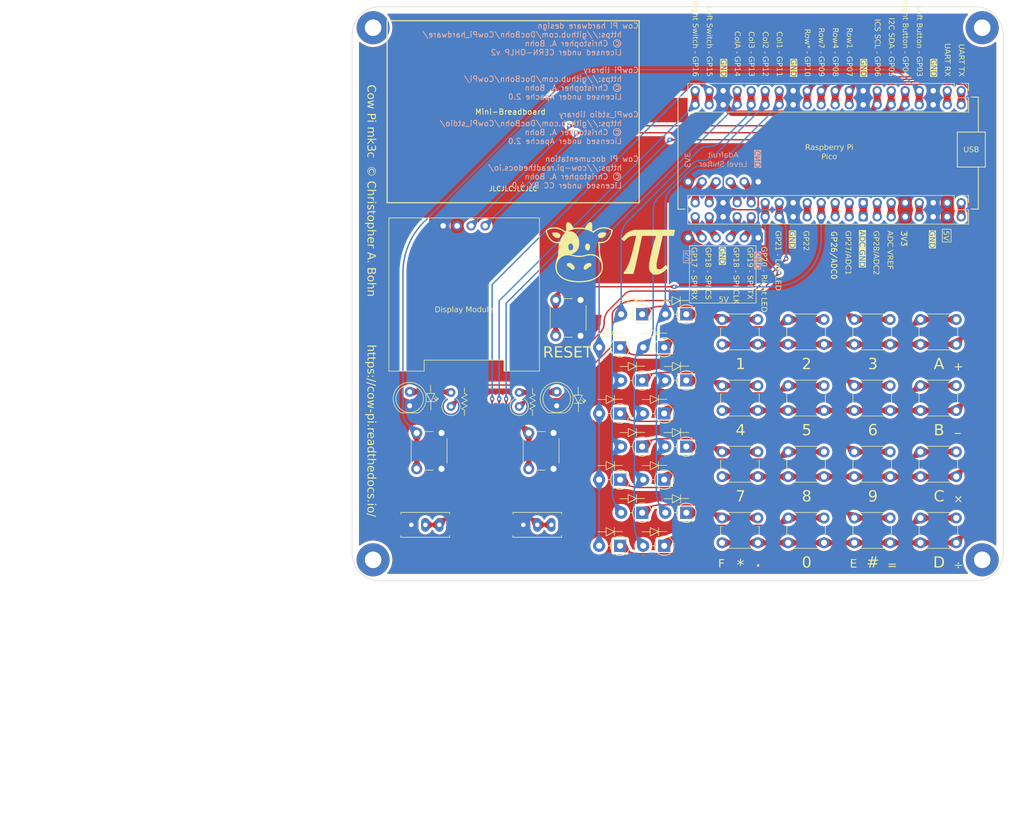
<source format=kicad_pcb>
(kicad_pcb (version 20221018) (generator pcbnew)
  (title_block (title "Cow Pi") (date "2023-07-30") (rev "mk3c") (comment 1 "This source describes Open Hardware and is licensed under the CERN-OHLP v2.") (comment 2 "Copyright (c) 2023 Christopher A. Bohn") (comment 3 "Display Module: I2c-controlled, pre-packaged SSD13xx 128x64 OLED graphic display") (comment 4 "Microcontroller: Raspberry Pi Pico -- 3.3V with GP16-GP19 pins boosted to 5V"))
  (layers (0 "F.Cu" signal) (31 "B.Cu" signal) (34 "B.Paste" user) (35 "F.Paste" user) (36 "B.SilkS" user "B.Silkscreen") (37 "F.SilkS" user "F.Silkscreen") (38 "B.Mask" user) (39 "F.Mask" user) (44 "Edge.Cuts" user))
  (net 0 "")
  (net 1 "/UART_TX")
  (net 2 "/UART_RX")
  (net 3 "/GND")
  (net 4 "/LeftButton")
  (net 5 "/RightButton")
  (net 6 "/GP04_I2C_SDA")
  (net 7 "/GP05_I2C_SCL")
  (net 8 "/Row1")
  (net 9 "/Row4")
  (net 10 "/Row7")
  (net 11 "/Row*")
  (net 12 "/Col1")
  (net 13 "/Col2")
  (net 14 "/Col3")
  (net 15 "/ColA")
  (net 16 "/LeftSwitch")
  (net 17 "/RightSwitch")
  (net 18 "/VBUS")
  (net 19 "/VSYS")
  (net 20 "/3V3_EN")
  (net 21 "/3V3")
  (net 22 "/ADC_VREF")
  (net 23 "/GP28_ADC2")
  (net 24 "/AGND")
  (net 25 "/GP27_ADC1")
  (net 26 "/GP26_ADC0")
  (net 27 "/RUN")
  (net 28 "/GP22")
  (net 29 "/LeftLED")
  (net 30 "/RightLED")
  (net 31 "/LV_GP19_SPI_TX")
  (net 32 "/HV_GP19_SPI_TX")
  (net 33 "/LV_GP18_SPI_CLK")
  (net 34 "/HV_GP18_SPI_CLK")
  (net 35 "/LV_GP17_SPI_CS")
  (net 36 "/HV_GP17_SPI_CS")
  (net 37 "/LV_GP16_SPI_RX")
  (net 38 "/HV_GP16_SPI_RX")
  (net 39 "Net-(D1-K)")
  (net 40 "Net-(D0-K)")
  (net 41 "Net-(D2-K)")
  (net 42 "Net-(D3-K)")
  (net 43 "Net-(D4-K)")
  (net 44 "Net-(D5-K)")
  (net 45 "Net-(D6-K)")
  (net 46 "Net-(D7-K)")
  (net 47 "Net-(D8-K)")
  (net 48 "Net-(D9-K)")
  (net 49 "Net-(D10-K)")
  (net 50 "Net-(D11-K)")
  (net 51 "Net-(D12-K)")
  (net 52 "Net-(D13-K)")
  (net 53 "Net-(D14-K)")
  (net 54 "Net-(D15-K)")
  (net 55 "Net-(D16-A)")
  (net 56 "Net-(D17-A)")
  (footprint "Button_Switch_THT:SW_PUSH_6mm" (layer "F.Cu") (at 144.94 144.847317)
    (fp_text reference "SW15" hide)
    (fp_text value "SW_MEC_5E")
  )
  (footprint "Resistor_THT:R_Axial_DIN0309_L9.0mm_D3.2mm_P2.54mm_Vertical" (layer "F.Cu") (at 95.777434 124.62323 90)
    (fp_text reference "R1" hide)
    (fp_text value "560")
  )
  (footprint "Diode_THT:D_DO-41_SOD81_P3.81mm_Vertical_AnodeUp" (layer "F.Cu") (at 134.46 125.897317 180)
    (fp_text reference "D5" hide)
    (fp_text value "1N4001")
  )
  (footprint "Connector_PinSocket_2.54mm:PinSocket_1x06_P2.54mm_Vertical" (layer "F.Cu") (at 138.8 83.857317 90)
    (fp_text reference "J1" hide)
    (fp_text value "Conn_01x06")
  )
  (footprint "Button_Switch_THT:SW_PUSH_6mm" (layer "F.Cu") (at 180.94 144.847317)
    (fp_text reference "SW13" hide)
    (fp_text value "SW_MEC_5E")
  )
  (footprint "Diode_THT:D_DO-41_SOD81_P3.81mm_Vertical_AnodeUp" (layer "F.Cu") (at 126.46 149.897317 180)
    (fp_text reference "D13" hide)
    (fp_text value "1N4001")
  )
  (footprint "Diode_THT:D_DO-41_SOD81_P3.81mm_Vertical_AnodeUp" (layer "F.Cu") (at 134.46 113.897317 180)
    (fp_text reference "D2" hide)
    (fp_text value "1N4001")
  )
  (footprint "Diode_THT:D_DO-41_SOD81_P3.81mm_Vertical_AnodeUp" (layer "F.Cu") (at 126.46 137.897317 180)
    (fp_text reference "D12" hide)
    (fp_text value "1N4001")
  )
  (footprint "Button_Switch_THT:SW_PUSH_6mm" (layer "F.Cu") (at 114.38 129.427317 -90)
    (fp_text reference "SW19" hide)
    (fp_text value "SW_MEC_5E")
  )
  (footprint "Connector_PinSocket_2.54mm:PinSocket_1x04_P2.54mm_Vertical" (layer "F.Cu") (at 94.35 91.854817 90)
    (fp_text reference "J3" hide)
    (fp_text value "Conn_01x04")
  )
  (footprint "MountingHole:MountingHole_3mm_Pad" (layer "F.Cu") (at 81.65 152.437317)
    (fp_text reference "H3" hide)
    (fp_text value "MountingHole")
  )
  (footprint "Diode_THT:D_DO-41_SOD81_P3.81mm_Vertical_AnodeUp" (layer "F.Cu") (at 138.46 107.897317 180)
    (fp_text reference "D1" hide)
    (fp_text value "1N4001")
  )
  (footprint "Diode_THT:D_DO-41_SOD81_P3.81mm_Vertical_AnodeUp" (layer "F.Cu") (at 138.46 143.897317 180)
    (fp_text reference "D15" hide)
    (fp_text value "1N4001")
  )
  (footprint "Button_Switch_THT:SW_PUSH_6mm" (layer "F.Cu") (at 168.94 108.847317)
    (fp_text reference "SW3" hide)
    (fp_text value "SW_MEC_5E")
  )
  (footprint "LED_THT:LED_D5.0mm" (layer "F.Cu") (at 114.96 124.497317 90)
    (fp_text reference "D17" hide)
    (fp_text value "Green")
  )
  (footprint "Button_Switch_THT:SW_PUSH_6mm" (layer "F.Cu") (at 168.94 120.847317)
    (fp_text reference "SW6" hide)
    (fp_text value "SW_MEC_5E")
  )
  (footprint "Button_Switch_THT:SW_PUSH_6mm" (layer "F.Cu") (at 119.273408 105.304362 -90)
    (fp_text reference "SW20" hide)
    (fp_text value "SW_MEC_5E")
  )
  (footprint "Button_Switch_THT:SW_PUSH_6mm" (layer "F.Cu") (at 156.94 132.847317)
    (fp_text reference "SW8" hide)
    (fp_text value "SW_MEC_5E")
  )
  (footprint "Button_Switch_THT:SW_PUSH_6mm" (layer "F.Cu") (at 144.94 132.847317)
    (fp_text reference "SW7" hide)
    (fp_text value "SW_MEC_5E")
  )
  (footprint "Button_Switch_THT:SW_PUSH_6mm" (layer "F.Cu") (at 144.94 120.847317)
    (fp_text reference "SW4" hide)
    (fp_text value "SW_MEC_5E")
  )
  (footprint "Button_Switch_THT:SW_PUSH_6mm" (layer "F.Cu") (at 156.94 144.847317)
    (fp_text reference "SW0" hide)
    (fp_text value "SW_MEC_5E")
  )
  (footprint "Diode_THT:D_DO-41_SOD81_P3.81mm_Vertical_AnodeUp" (layer "F.Cu") (at 130.46 119.897317 180)
    (fp_text reference "D6" hide)
    (fp_text value "1N4001")
  )
  (footprint "Button_Switch_THT:SW_PUSH_6mm" (layer "F.Cu") (at 168.94 144.847317)
    (fp_text reference "SW14" hide)
    (fp_text value "SW_MEC_5E")
  )
  (footprint "Diode_THT:D_DO-41_SOD81_P3.81mm_Vertical_AnodeUp" (layer "F.Cu") (at 130.46 107.897317 180)
    (fp_text reference "D3" hide)
    (fp_text value "1N4001")
  )
  (footprint "Diode_THT:D_DO-41_SOD81_P3.81mm_Vertical_AnodeUp" (layer "F.Cu") (at 130.46 131.897317 180)
    (fp_text reference "D9" hide)
    (fp_text value "1N4001")
  )
  (footprint "MountingHole:MountingHole_3mm_Pad" (layer "F.Cu") (at 192.14 55.917317)
    (fp_text reference "H2" hide)
    (fp_text value "MountingHole")
  )
  (footprint "Resistor_THT:R_Axial_DIN0309_L9.0mm_D3.2mm_P2.54mm_Vertical" (layer "F.Cu") (at 108.147434 124.62323 90)
    (fp_text reference "R2" hide)
    (fp_text value "560")
  )
  (footprint "Connector_PinSocket_2.54mm:PinSocket_1x06_P2.54mm_Vertical" (layer "F.Cu") (at 138.8 94.017317 90)
    (fp_text reference "J2" hide)
    (fp_text value "Conn_01x06")
  )
  (footprint "MountingHole:MountingHole_3mm_Pad" (layer "F.Cu") (at 81.65 55.917317)
    (fp_text reference "H1" hide)
    (fp_text value "MountingHole")
  )
  (footprint "Button_Switch_THT:SW_PUSH_6mm" (layer "F.Cu") (at 156.94 120.847317)
    (fp_text reference "SW5" hide)
    (fp_text value "SW_MEC_5E")
  )
  (footprint "Button_Switch_THT:SW_PUSH_6mm" (layer "F.Cu") (at 180.94 108.847317)
    (fp_text reference "SW10" hide)
    (fp_text value "SW_MEC_5E")
  )
  (footprint "Diode_THT:D_DO-41_SOD81_P3.81mm_Vertical_AnodeUp" (layer "F.Cu") (at 138.46 119.897317 180)
    (fp_text reference "D4" hide)
    (fp_text value "1N4001")
  )
  (footprint "Diode_THT:D_DO-41_SOD81_P3.81mm_Vertical_AnodeUp" (layer "F.Cu") (at 134.46 149.897317 180)
    (fp_text reference "D0" hide)
    (fp_text value "1N4001")
  )
  (footprint "MountingHole:MountingHole_3mm_Pad" (layer "F.Cu") (at 192.14 152.437317)
    (fp_text reference "H4" hide)
    (fp_text value "MountingHole")
  )
  (footprint "Connector_PinHeader_2.54mm:PinHeader_2x20_P2.54mm_Vertical" (layer "F.Cu") (at 188.33 67.347317 -90)
    (fp_text reference "J_pico_1-20" hide)
    (fp_text value "Conn_02x20_Odd_Even")
  )
  (footprint "Button_Switch_THT:SW_PUSH_6mm" (layer "F.Cu") (at 94.06 129.427317 -90)
    (fp_text reference "SW18" hide)
    (fp_text value "SW_MEC_5E")
  )
  (footprint "Button_Switch_THT:SW_PUSH_6mm" (layer "F.Cu") (at 168.94 132.847317)
    (fp_text reference "SW9" hide)
    (fp_text value "SW_MEC_5E")
  )
  (footprint "Button_Switch_THT:SW_PUSH_6mm" (layer "F.Cu") (at 180.94 132.847317)
    (fp_text reference "SW12" hide)
    (fp_text value "SW_MEC_5E")
  )
  (footprint "Button_Switch_THT:SW_PUSH_6mm" (layer "F.Cu") (at 144.94 108.847317)
    (fp_text reference "SW1" hide)
    (fp_text value "SW_MEC_5E")
  )
  (footprint "Diode_THT:D_DO-41_SOD81_P3.81mm_Vertical_AnodeUp" (layer "F.Cu") (at 138.46 131.897317 180)
    (fp_text reference "D7" hide)
    (fp_text value "1N4001")
  )
  (footprint "Diode_THT:D_DO-41_SOD81_P3.81mm_Vertical_AnodeUp" (layer "F.Cu") (at 126.46 113.897317 180)
    (fp_text reference "D10" hide)
    (fp_text value "1N4001")
  )
  (footprint "Diode_THT:D_DO-41_SOD81_P3.81mm_Vertical_AnodeUp" (layer "F.Cu") (at 130.46 143.897317 180)
    (fp_text reference "D14" hide)
    (fp_text value "1N4001")
  )
  (footprint "artwork:CowPiLogo-24x12" (layer "F.Cu") (at 124.83 96.557317)
    (fp_text reference "G***" hide)
    (fp_text value "LOGO" hide)
  )
  (footprint "Button_Switch_THT:SW_Slide_1P2T_CK_OS102011MS2Q" (layer "F.Cu") (at 109.44 146.087317)
    (fp_text reference "SW17" hide)
    (fp_text value "SW_SPDT")
  )
  (footprint "Button_Switch_THT:SW_Slide_1P2T_CK_OS102011MS2Q" (layer "F.Cu") (at 89.12 146.087317)
    (fp_text reference "SW16" hide)
    (fp_text value "SW_SPDT")
  )
  (footprint "Button_Switch_THT:SW_PUSH_6mm" (layer "F.Cu") (at 180.94 120.847317)
    (fp_text reference "SW11" hide)
    (fp_text value "SW_MEC_5E")
  )
  (footprint "LED_THT:LED_D5.0mm" (layer "F.Cu") (at 88.29 124.497317 90)
    (fp_text reference "D16" hide)
    (fp_text value "Red")
  )
  (footprint "Diode_THT:D_DO-41_SOD81_P3.81mm_Vertical_AnodeUp" (layer "F.Cu") (at 126.46 125.897317 180)
    (fp_text reference "D11" hide)
    (fp_text value "1N4001")
  )
  (footprint "Diode_THT:D_DO-41_SOD81_P3.81mm_Vertical_AnodeUp" (layer "F.Cu") (at 134.46 137.897317 180)
    (fp_text reference "D8" hide)
    (fp_text value "1N4001")
  )
  (footprint "Button_Switch_THT:SW_PUSH_6mm" (layer "F.Cu") (at 156.94 108.847317)
    (fp_text reference "SW2" hide)
    (fp_text value "SW_MEC_5E")
  )
  (footprint "Connector_PinHeader_2.54mm:PinHeader_2x20_P2.54mm_Vertical" (layer "F.Cu") (at 188.33 87.667317 -90)
    (fp_text reference "Jpico_40-21" hide)
    (fp_text value "Conn_02x20_Odd_Even")
  )
  (gr_line (start 136.953682 88.821135) (end 138.223682 88.821135) (stroke (width 0.15)) (layer "F.SilkS"))
  (gr_rect (start 187.623682 74.851135) (end 192.703682 81.201135) (stroke (width 0.15)) (fill none) (layer "F.SilkS"))
  (gr_line (start 190.163682 88.821135) (end 191.433682 88.821135) (stroke (width 0.15)) (layer "F.SilkS"))
  (gr_line (start 84.19 87.667317) (end 84.19 54.647317) (stroke (width 0.2)) (layer "F.SilkS"))
  (gr_line (start 138.223682 68.501135) (end 136.953682 68.501135) (stroke (width 0.15)) (layer "F.SilkS"))
  (gr_line (start 84.19 87.667317) (end 129.91 87.667317) (stroke (width 0.2)) (layer "F.SilkS"))
  (gr_line (start 129.91 87.667317) (end 129.91 54.647317) (stroke (width 0.2)) (layer "F.SilkS"))
  (gr_line (start 190.163682 68.501135) (end 191.433682 68.501135) (stroke (width 0.15)) (layer "F.SilkS"))
  (gr_line (start 136.953682 68.501135) (end 136.953682 88.821135) (stroke (width 0.15)) (layer "F.SilkS"))
  (gr_line (start 191.433682 88.821135) (end 191.433682 81.201135) (stroke (width 0.15)) (layer "F.SilkS"))
  (gr_line (start 84.19 54.647317) (end 129.91 54.647317) (stroke (width 0.2)) (layer "F.SilkS"))
  (gr_line (start 191.433682 68.501135) (end 191.433682 74.851135) (stroke (width 0.15)) (layer "F.SilkS"))
  (gr_line (start 190.87 52.107317) (end 82.92 52.107317) (stroke (width 0.1)) (layer "Edge.Cuts"))
  (gr_arc (start 190.87 52.107317) (mid 194.462102 53.595215) (end 195.95 57.187317) (stroke (width 0.1)) (layer "Edge.Cuts"))
  (gr_line (start 77.84 57.187317) (end 77.84 151.167317) (stroke (width 0.1)) (layer "Edge.Cuts"))
  (gr_arc (start 82.92 156.247317) (mid 79.327898 154.759419) (end 77.84 151.167317) (stroke (width 0.1)) (layer "Edge.Cuts"))
  (gr_arc (start 77.84 57.187317) (mid 79.327898 53.595215) (end 82.92 52.107317) (stroke (width 0.1)) (layer "Edge.Cuts"))
  (gr_line (start 82.92 156.247317) (end 190.87 156.247317) (stroke (width 0.1)) (layer "Edge.Cuts"))
  (gr_arc (start 195.95 151.167317) (mid 194.462102 154.759419) (end 190.87 156.247317) (stroke (width 0.1)) (layer "Edge.Cuts"))
  (gr_line (start 195.95 57.187317) (end 195.95 151.167317) (stroke (width 0.1)) (layer "Edge.Cuts"))
  (gr_text "Adafruit\nLevel Shifter" (at 145.15 81.317317) (layer "B.SilkS") (effects (font (size 1 1)) (justify bottom mirror)))
  (gr_text "Cow Pi hardware design\n    https://github.com/DocBohn/CowPi_hardware/\n    © Christopher A. Bohn\n    Licensed under CERN-OHLP v2\n\nCowPi library\n    https://github.com/DocBohn/CowPi/\n    © Christopher A. Bohn\n    Licensed under Apache 2.0\n\nCowPi_stdio library\n    https://github.com/DocBohn/CowPi_stdio/\n    © Christopher A. Bohn\n    Licensed under Apache 2.0\n\nCow Pi documentation\n    https://cow-pi.readthedocs.io/\n    © Christopher A. Bohn\n    Licensed under CC BY 4.0" (at 129.91 85.127317) (layer "B.SilkS") (effects (font (size 1 1)) (justify left bottom mirror)))
  (gr_text "B" (at 184.3 127.847317) (layer "F.SilkS") (effects (font (size 2 2)) (justify top)))
  (gr_text "2" (at 160.3 115.847317) (layer "F.SilkS") (effects (font (size 2 2)) (justify top)))
  (gr_text "E" (at 169.44 154.097317) (layer "F.SilkS") (effects (font (size 1.5 1.5)) (justify right bottom)))
  (gr_text "*" (at 148.3 152.347317) (layer "F.SilkS") (effects (font (size 2 2)) (justify top)))
  (gr_text "C" (at 184.3 139.847317) (layer "F.SilkS") (effects (font (size 2 2)) (justify top)))
  (gr_text "." (at 150.94 154.097317) (layer "F.SilkS") (effects (font (size 2.5 2.5)) (justify left bottom)))
  (gr_text "#" (at 172.3 151.847317) (layer "F.SilkS") (effects (font (size 2 2)) (justify top)))
  (gr_text "Mini-Breadboard" (at 106.558302 71.170902) (layer "F.SilkS") (effects (font (size 1 1))))
  (gr_text "7" (at 148.3 139.847317) (layer "F.SilkS") (effects (font (size 2 2)) (justify top)))
  (gr_text "5" (at 160.3 127.847317) (layer "F.SilkS") (effects (font (size 2 2)) (justify top)))
  (gr_text "A" (at 184.3 115.847317) (layer "F.SilkS") (effects (font (size 2 2)) (justify top)))
  (gr_text "÷" (at 186.94 154.347317) (layer "F.SilkS") (effects (font (size 1.5 1.5)) (justify left bottom)))
  (gr_text "F" (at 145.44 154.097317) (layer "F.SilkS") (effects (font (size 1.5 1.5)) (justify right bottom)))
  (gr_text "Cow Pi mk3c  © Christopher A. Bohn             https://cow-pi.readthedocs.io/" (at 80.38 105.447317 270) (layer "F.SilkS") (effects (font (size 1.5 1.5)) (justify bottom)))
  (gr_text "-" (at 186.94 130.347317) (layer "F.SilkS") (effects (font (size 1.5 3)) (justify left bottom)))
  (gr_text "JLCJLCJLCJLC" (at 107.05 85.127317) (layer "F.SilkS") (effects (font (size 0.85 0.85))))
  (gr_text "USB" (at 190.163682 78.661135) (layer "F.SilkS") (effects (font (size 1 1)) (justify bottom)))
  (gr_text "=" (at 174.94 154.347317) (layer "F.SilkS") (effects (font (size 1.5 1.5)) (justify left bottom)))
  (gr_text "4" (at 148.3 127.847317) (layer "F.SilkS") (effects (font (size 2 2)) (justify top)))
  (gr_text "8" (at 160.3 139.847317) (layer "F.SilkS") (effects (font (size 2 2)) (justify top)))
  (gr_text "+" (at 186.94 118.347317) (layer "F.SilkS") (effects (font (size 1.5 1.5)) (justify left bottom)))
  (gr_text "9" (at 172.3 139.847317) (layer "F.SilkS") (effects (font (size 2 2)) (justify top)))
  (gr_text "Raspberry Pi\nPico\n" (at 164.393682 79.931135) (layer "F.SilkS") (effects (font (size 1 1)) (justify bottom)))
  (gr_text "1" (at 148.3 115.847317) (layer "F.SilkS") (effects (font (size 2 2)) (justify top)))
  (gr_text "3" (at 172.3 115.847317) (layer "F.SilkS") (effects (font (size 2 2)) (justify top)))
  (gr_text "0" (at 160.3 151.847317) (layer "F.SilkS") (effects (font (size 2 2)) (justify top)))
  (gr_text "D" (at 184.3 151.847317) (layer "F.SilkS") (effects (font (size 2 2)) (justify top)))
  (gr_text "×" (at 186.94 142.347317) (layer "F.SilkS") (effects (font (size 1.5 1.5)) (justify left bottom)))
  (gr_text "6" (at 172.3 127.847317) (layer "F.SilkS") (effects (font (size 2 2)) (justify top)))
  (segment (start 188.33 69.887317) (end 188.33 67.347317) (width 1) (layer "F.Cu") (net 1))
  (segment (start 185.79 69.887317) (end 185.79 67.347317) (width 1) (layer "F.Cu") (net 2))
  (segment (start 157.85 67.347317) (end 157.85 69.887317) (width 1) (layer "F.Cu") (net 3))
  (segment (start 151.5 83.857317) (end 151.5 88.059018) (width 0.25) (layer "F.Cu") (net 3))
  (segment (start 157.85 90.207317) (end 157.85 87.667317) (width 1) (layer "F.Cu") (net 3))
  (segment (start 183.25 69.887317) (end 183.25 67.347317) (width 1) (layer "F.Cu") (net 3))
  (segment (start 156.3 71.437317) (end 146.7 71.437317) (width 1) (layer "F.Cu") (net 3))
  (segment (start 183.25 90.207317) (end 183.25 87.667317) (width 1) (layer "F.Cu") (net 3))
  (segment (start 151.5 94.017317) (end 151.5 89.815616) (width 0.25) (layer "F.Cu") (net 3))
  (segment (start 157.85 69.887317) (end 156.3 71.437317) (width 1) (layer "F.Cu") (net 3))
  (segment (start 170.55 69.887317) (end 170.55 67.347317) (width 1) (layer "F.Cu") (net 3))
  (segment (start 145.15 87.667317) (end 145.15 90.207317) (width 1) (layer "F.Cu") (net 3))
  (segment (start 145.15 67.347317) (end 145.15 69.887317) (width 1) (layer "F.Cu") (net 3))
  (segment (start 145.576661 89.780655) (end 145.15 90.207317) (width 0.25) (layer "F.Cu") (net 3))
  (segment (start 150.621701 88.937317) (end 148.216051 88.937317) (width 0.25) (layer "F.Cu") (net 3))
  (segment (start 146.7 71.437317) (end 145.15 69.887317) (width 1) (layer "F.Cu") (net 3))
  (arc (start 151.5 88.059018) (mid 151.242752 88.680069) (end 150.621701 88.937317) (width 0.25) (layer "F.Cu") (net 3))
  (arc (start 148.216051 88.937317) (mid 146.556717 88.607255) (end 145.15 87.667317) (width 0.25) (layer "F.Cu") (net 3))
  (arc (start 147.69 88.905282) (mid 146.546269 89.132784) (end 145.576661 89.780655) (width 0.25) (layer "F.Cu") (net 3))
  (arc (start 151.5 89.815616) (mid 151.242752 89.194565) (end 150.621701 88.937317) (width 0.25) (layer "F.Cu") (net 3))
  (segment (start 119.273408 111.804362) (end 119.273408 114.083829) (width 0.25) (layer "B.Cu") (net 3))
  (segment (start 94.06 135.927317) (end 94.06 129.427317) (width 0.25) (layer "B.Cu") (net 3))
  (segment (start 151.5 76.237317) (end 146.048026 81.689291) (width 0.25) (layer "B.Cu") (net 3))
  (segment (start 170.55 69.887317) (end 169 71.437317) (width 1) (layer "B.Cu") (net 3))
  (segment (start 169 65.797317) (end 159.4 65.797317) (width 1) (layer "B.Cu") (net 3))
  (segment (start 159.4 71.437317) (end 157.85 69.887317) (width 1) (layer "B.Cu") (net 3))
  (segment (start 94.06 135.927317) (end 91.88926 138.098057) (width 0.25) (layer "B.Cu") (net 3))
  (segment (start 159.4 65.797317) (end 157.85 67.347317) (width 1) (layer "B.Cu") (net 3))
  (segment (start 152.77 88.937317) (end 154.783949 88.937317) (width 0.25) (layer "B.Cu") (net 3))
  (segment (start 159.4 86.117317) (end 181.7 86.117317) (width 1) (layer "B.Cu") (net 3))
  (segment (start 96.412984 86.874333) (end 113.989872 69.297445) (width 1) (layer "B.Cu") (net 3))
  (segment (start 150.23 91.757317) (end 146.7 91.757317) (width 1) (layer "B.Cu") (net 3))
  (segment (start 151.5 76.237317) (end 151.5 83.857317) (width 1) (layer "B.Cu") (net 3))
  (segment (start 146.7 86.117317) (end 145.15 87.667317) (width 1) (layer "B.Cu") (net 3))
  (segment (start 156.3 86.117317) (end 146.7 86.117317) (width 1) (layer "B.Cu") (net 3))
  (segment (start 146.7 65.797317) (end 145.15 67.347317) (width 1) (layer "B.Cu") (net 3))
  (segment (start 94.35 109.867183) (end 94.35 91.854817) (width 0.5) (layer "B.Cu") (net 3))
  (segment (start 122.29 92.747317) (end 145.15 69.887317) (width 0.5) (layer "B.Cu") (net 3))
  (segment (start 157.85 67.347317) (end 156.3 65.797317) (width 1) (layer "B.Cu") (net 3))
  (segment (start 181.7 71.437317) (end 183.25 69.887317) (width 1) (layer "B.Cu") (net 3))
  (segment (start 157.85 87.667317) (end 156.3 86.117317) (width 1) (layer "B.Cu") (net 3))
  (segment (start 146.7 91.757317) (end 145.15 90.207317) (width 1) (layer "B.Cu") (net 3))
  (segment (start 181.7 86.117317) (end 183.25 87.667317) (width 1) (layer "B.Cu") (net 3))
  (segment (start 172.1 71.437317) (end 181.7 71.437317) (width 1) (layer "B.Cu") (net 3))
  (segment (start 145.15 83.857317) (end 145.15 87.667317) (width 0.25) (layer "B.Cu") (net 3))
  (segment (start 90.54 148.627317) (end 106.36 148.627317) (width 0.25) (layer "B.Cu") (net 3))
  (segment (start 157.85 69.887317) (end 157.85 87.667317) (width 1) (layer "B.Cu") (net 3))
  (segment (start 114.38 135.927317) (end 114.38 129.427317) (width 0.25) (layer "B.Cu") (net 3))
  (segment (start 157.85 87.667317) (end 155.836052 85.653369) (width 1) (layer "B.Cu") (net 3))
  (segment (start 94.06 129.427317) (end 89.72397 125.091287) (width 0.25) (layer "B.Cu") (net 3))
  (segment (start 157.85 87.667317) (end 159.4 86.117317) (width 1) (layer "B.Cu") (net 3))
  (segment (start 124.83 64.807317) (end 139.017898 64.807317) (width 1) (layer "B.Cu") (net 3))
  (segment (start 119.273408 105.304362) (end 119.273408 100.030014) (width 0.5) (layer "B.Cu") (net 3))
  (segment (start 114.38 129.427317) (end 114.38 125.89756) (width 0.25) (layer "B.Cu") (net 3))
  (segment (start 151.5 94.017317) (end 151.5 90.207317) (width 0.25) (layer "B.Cu") (net 3))
  (segment (start 183.25 69.887317) (end 183.25 87.667317) (width 1) (layer "B.Cu") (net 3))
  (segment (start 114.38 135.927317) (end 112.20926 138.098057) (width 0.25) (layer "B.Cu") (net 3))
  (segment (start 150.799964 92.327282) (end 150.23 91.757317) (width 1) (layer "B.Cu") (net 3))
  (segment (start 170.55 67.347317) (end 169 65.797317) (width 1) (layer "B.Cu") (net 3))
  (segment (start 156.3 65.797317) (end 146.7 65.797317) (width 1) (layer "B.Cu") (net 3))
  (segment (start 157.85 69.887317) (end 151.5 76.237317) (width 1) (layer "B.Cu") (net 3))
  (segment (start 170.55 69.887317) (end 172.1 71.437317) (width 1) (layer "B.Cu") (net 3))
  (segment (start 88.58 146.087317) (end 88.58 146.667317) (width 0.25) (layer "B.Cu") (net 3))
  (segment (start 169 71.437317) (end 159.4 71.437317) (width 1) (layer "B.Cu") (net 3))
  (segment (start 119.273408 105.304362) (end 119.273408 111.804362) (width 0.5) (layer "B.Cu") (net 3))
  (arc (start 146.048026 81.689291) (mid 145.383389 82.683989) (end 145.15 83.857317) (width 0.25) (layer "B.Cu") (net 3))
  (arc (start 151.5 94.017317) (mid 151.318067 93.102676) (end 150.799964 92.327282) (width 1) (layer "B.Cu") (net 3))
  (arc (start 88.58 146.667317) (mid 89.154071 148.053246) (end 90.54 148.627317) (width 0.25) (layer "B.Cu") (net 3))
  (arc (start 154.783949 88.937317) (mid 156.443283 89.267379) (end 157.85 90.207317) (width 0.25) (layer "B.Cu") (net 3))
  (arc (start 114.38 125.89756) (mid 114.530737 125.139754) (end 114.96 124.497317) (width 0.25) (layer "B.Cu") (net 3))
  (arc (start 94.35 91.854817) (mid 94.886152 89.159398) (end 96.412984 86.874333) (width 1) (layer "B.Cu") (net 3))
  (arc (start 119.273408 114.083829) (mid 118.15239 119.719568) (end 114.96 124.497317) (width 0.5) (layer "B.Cu") (net 3))
  (arc (start 155.836052 85.653369) (mid 153.846654 84.324096) (end 151.5 83.857317) (width 1) (layer "B.Cu") (net 3))
  (arc (start 119.273408 100.030014) (mid 120.057395 96.088647) (end 122.29 92.747317) (width 0.5) (layer "B.Cu") (net 3))
  (arc (start 139.017898 64.807317) (mid 142.336567 65.467442) (end 145.15 67.347317) (width 1) (layer "B.Cu") (net 3))
  (arc (start 151.5 90.207317) (mid 151.871974 89.309291) (end 152.77 88.937317) (width 0.25) (layer "B.Cu") (net 3))
  (arc (start 89.72397 125.091287) (mid 89.066059 124.651685) (end 88.29 124.497317) (width 0.25) (layer "B.Cu") (net 3))
  (arc (start 112.20926 138.098057) (mid 109.760049 141.76356) (end 108.9 146.087317) (width 0.25) (layer "B.Cu") (net 3))
  (arc (start 88.29 124.497317) (mid 92.775057 117.784955) (end 94.35 109.867183) (width 0.5) (layer "B.Cu") (net 3))
  (arc (start 91.88926 138.098057) (mid 89.440049 141.76356) (end 88.58 146.087317) (width 0.25) (layer "B.Cu") (net 3))
  (arc (start 113.989872 69.297445) (mid 118.963364 65.974264) (end 124.83 64.807317) (width 1) (layer "B.Cu") (net 3))
  (arc (start 106.36 148.627317) (mid 108.156051 147.883368) (end 108.9 146.087317) (width 0.25) (layer "B.Cu") (net 3))
  (segment (start 180.71 69.887317) (end 180.71 67.347317) (width 1) (layer "F.Cu") (net 4))
  (segment (start 89.56 129.427317) (end 89.56 135.927317) (width 0.25) (layer "F.Cu") (net 4))
  (segment (start 174.36 63.537317) (end 123.868153 63.537317) (width 0.25) (layer "B.Cu") (net 4))
  (segment (start 180.71 67.347317) (end 178.696051 65.333368) (width 0.25) (layer "B.Cu") (net 4))
  (segment (start 89.56 129.427317) (end 87.88878 127.756097) (width 0.25) (layer "B.Cu") (net 4))
  (segment (start 87.065 100.367317) (end 87.065 125.767317) (width 0.25) (layer "B.Cu") (net 4))
  (segment (start 114.67 67.347317) (end 90.893984 91.123333) (width 0.25) (layer "B.Cu") (net 4))
  (arc (start 90.893984 91.123333) (mid 88.060121 95.364509) (end 87.065 100.367317) (width 0.25) (layer "B.Cu") (net 4))
  (arc (start 178.696051 65.333368) (mid 176.706654 64.004095) (end 174.36 63.537317) (width 0.25) (layer "B.Cu") (net 4))
  (arc (start 87.88878 127.756097) (mid 87.279094 126.843637) (end 87.065 125.767317) (width 0.25) (layer "B.Cu") (net 4))
  (arc (start 123.868153 63.537317) (mid 118.890149 64.527503) (end 114.67 67.347317) (width 0.25) (layer "B.Cu") (net 4))
  (segment (start 109.88 129.427317) (end 109.88 135.927317) (width 0.25) (layer "F.Cu") (net 5))
  (segment (start 105.78 123.227317) (end 105.78 125.016191) (width 0.25) (layer "F.Cu") (net 5))
  (segment (start 178.17 69.887317) (end 178.17 67.347317) (width 1) (layer "F.Cu") (net 5))
  (segment (start 171.82 76.237317) (end 178.17 69.887317) (width 0.25) (layer "F.Cu") (net 5))
  (segment (start 135.464684 76.237317) (end 135.454865 76.227498) (width 0.25) (layer "F.Cu") (net 5))
  (segment (start 171.82 76.237317) (end 135.464684 76.237317) (width 0.25) (layer "F.Cu") (net 5))
  (segment (start 106 125.547317) (end 109.88 129.427317) (width 0.25) (layer "F.Cu") (net 5))
  (via (at 135.454865 76.227498) (size 0.8) (drill 0.4) (layers "F.Cu" "B.Cu") (net 5))
  (via (at 105.78 123.227317) (size 0.8) (drill 0.4) (layers "F.Cu" "B.Cu") (net 5))
  (arc (start 105.78 125.016191) (mid 105.837176 125.303634) (end 106 125.547317) (width 0.25) (layer "F.Cu") (net 5))
  (segment (start 105.78 123.227317) (end 105.78 105.902363) (width 0.25) (layer "B.Cu") (net 5))
  (segment (start 105.78 105.902363) (end 135.454865 76.227498) (width 0.25) (layer "B.Cu") (net 5))
  (segment (start 170.55 74.967317) (end 175.63 69.887317) (width 0.25) (layer "F.Cu") (net 6))
  (segment (start 118.48 74.967317) (end 170.55 74.967317) (width 0.25) (layer "F.Cu") (net 6))
  (segment (start 175.63 69.887317) (end 175.63 67.347317) (width 1) (layer "F.Cu") (net 6))
  (via (at 118.48 74.967317) (size 0.8) (drill 0.4) (layers "F.Cu" "B.Cu") (net 6))
  (segment (start 101.97 91.854817) (end 118.48 75.344817) (width 0.25) (layer "B.Cu") (net 6))
  (segment (start 118.48 75.344817) (end 118.48 74.967317) (width 0.25) (layer "B.Cu") (net 6))
  (segment (start 117.21 73.697317) (end 169.28 73.697317) (width 0.25) (layer "F.Cu") (net 7))
  (segment (start 169.28 73.697317) (end 173.09 69.887317) (width 0.25) (layer "F.Cu") (net 7))
  (segment (start 173.09 69.887317) (end 173.09 67.347317) (width 1) (layer "F.Cu") (net 7))
  (via (at 117.21 73.697317) (size 0.8) (drill 0.4) (layers "F.Cu" "B.Cu") (net 7))
  (segment (start 99.43 91.854817) (end 117.21 74.074817) (width 0.25) (layer "B.Cu") (net 7))
  (segment (start 117.21 74.074817) (end 117.21 73.697317) (width 0.25) (layer "B.Cu") (net 7))
  (segment (start 168.94 113.347317) (end 175.44 113.347317) (width 0.25) (layer "F.Cu") (net 8))
  (segment (start 189.6 66.955616) (end 189.6 108.132616) (width 0.25) (layer "F.Cu") (net 8))
  (segment (start 169.185 66.172317) (end 188.816701 66.172317) (width 0.25) (layer "F.Cu") (net 8))
  (segment (start 188.816701 66.172317) (end 189.6 66.955616) (width 0.25) (layer "F.Cu") (net 8))
  (segment (start 175.44 113.347317) (end 180.94 113.347317) (width 0.25) (layer "F.Cu") (net 8))
  (segment (start 180.94 113.347317) (end 187.44 113.347317) (width 0.25) (layer "F.Cu") (net 8))
  (segment (start 144.94 113.347317) (end 151.44 113.347317) (width 0.25) (layer "F.Cu") (net 8))
  (segment (start 156.94 113.347317) (end 163.44 113.347317) (width 0.25) (layer "F.Cu") (net 8))
  (segment (start 151.44 113.347317) (end 156.94 113.347317) (width 0.25) (layer "F.Cu") (net 8))
  (segment (start 168.01 69.887317) (end 168.01 67.347317) (width 1) (layer "F.Cu") (net 8))
  (segment (start 163.44 113.347317) (end 168.94 113.347317) (width 0.25) (layer "F.Cu") (net 8))
  (segment (start 168.01 67.347317) (end 169.185 66.172317) (width 0.25) (layer "F.Cu") (net 8))
  (arc (start 189.6 108.132616) (mid 189.038634 110.954792) (end 187.44 113.347317) (width 0.25) (layer "F.Cu") (net 8))
  (segment (start 144.94 125.347317) (end 151.44 125.347317) (width 0.25) (layer "F.Cu") (net 9))
  (segment (start 163.44 125.347317) (end 168.94 125.347317) (width 0.25) (layer "F.Cu") (net 9))
  (segment (start 187.702405 125.084911) (end 187.44 125.347317) (width 0.25) (layer "F.Cu") (net 9))
  (segment (start 151.44 125.347317) (end 156.94 125.347317) (width 0.25) (layer "F.Cu") (net 9))
  (segment (start 168.94 125.347317) (end 175.44 125.347317) (width 0.25) (layer "F.Cu") (net 9))
  (segment (start 165.47 69.887317) (end 165.47 67.347317) (width 1) (layer "F.Cu") (net 9))
  (segment (start 180.94 125.347317) (end 187.44 125.347317) (width 0.25) (layer "F.Cu") (net 9))
  (segment (start 175.44 125.347317) (end 180.94 125.347317) (width 0.25) (layer "F.Cu") (net 9))
  (segment (start 167.094501 65.722816) (end 165.47 67.347317) (width 0.25) (layer "F.Cu") (net 9))
  (segment (start 189.00289 65.722816) (end 167.094501 65.722816) (width 0.25) (layer "F.Cu") (net 9))
  (segment (start 190.05 66.769926) (end 189.00289 65.722816) (width 0.25) (layer "F.Cu") (net 9))
  (segment (start 156.94 125.347317) (end 163.44 125.347317) (width 0.25) (layer "F.Cu") (net 9))
  (segment (start 190.05 119.417317) (end 190.05 66.769926) (width 0.25) (layer "F.Cu") (net 9))
  (arc (start 190.05 119.417317) (mid 189.43988 122.484597) (end 187.702405 125.084911) (width 0.25) (layer "F.Cu") (net 9))
  (segment (start 163.44 137.347317) (end 168.94 137.347317) (width 0.25) (layer "F.Cu") (net 10))
  (segment (start 151.44 137.347317) (end 156.94 137.347317) (width 0.25) (layer "F.Cu") (net 10))
  (segment (start 156.94 137.347317) (end 163.44 137.347317) (width 0.25) (layer "F.Cu") (net 10))
  (segment (start 162.93 67.347317) (end 165.004002 65.273315) (width 0.25) (layer "F.Cu") (net 10))
  (segment (start 165.004002 65.273315) (end 189.189079 65.273315) (width 0.25) (layer "F.Cu") (net 10))
  (segment (start 190.5 66.584236) (end 190.5 129.959824) (width 0.25) (layer "F.Cu") (net 10))
  (segment (start 162.93 69.887317) (end 162.93 67.347317) (width 1) (layer "F.Cu") (net 10))
  (segment (start 168.94 137.347317) (end 175.44 137.347317) (width 0.25) (layer "F.Cu") (net 10))
  (segment (start 144.94 137.347317) (end 151.44 137.347317) (width 0.25) (layer "F.Cu") (net 10))
  (segment (start 189.189079 65.273315) (end 190.5 66.584236) (width 0.25) (layer "F.Cu") (net 10))
  (segment (start 180.94 137.347317) (end 187.44 137.347317) (width 0.25) (layer "F.Cu") (net 10))
  (segment (start 175.44 137.347317) (end 180.94 137.347317) (width 0.25) (layer "F.Cu") (net 10))
  (arc (start 190.5 129.959824) (mid 189.704732 133.957906) (end 187.44 137.347317) (width 0.25) (layer "F.Cu") (net 10))
  (segment (start 175.44 149.347317) (end 180.94 149.347317) (width 0.25) (layer "F.Cu") (net 11))
  (segment (start 162.914002 64.823315) (end 189.374769 64.823315) (width 0.25) (layer "F.Cu") (net 11))
  (segment (start 160.39 67.347317) (end 162.914002 64.823315) (width 0.25) (layer "F.Cu") (net 11))
  (segment (start 168.94 149.347317) (end 175.44 149.347317) (width 0.25) (layer "F.Cu") (net 11))
  (segment (start 144.94 149.347317) (end 151.44 149.347317) (width 0.25) (layer "F.Cu") (net 11))
  (segment (start 163.44 149.347317) (end 168.94 149.347317) (width 0.25) (layer "F.Cu") (net 11))
  (segment (start 160.39 69.887317) (end 160.39 67.347317) (width 1) (layer "F.Cu") (net 11))
  (segment (start 180.94 149.347317) (end 187.44 149.347317) (width 0.25) (layer "F.Cu") (net 11))
  (segment (start 151.44 149.347317) (end 156.94 149.347317) (width 0.25) (layer "F.Cu") (net 11))
  (segment (start 189.374769 64.823315) (end 190.95 66.398546) (width 0.25) (layer "F.Cu") (net 11))
  (segment (start 156.94 149.347317) (end 163.44 149.347317) (width 0.25) (layer "F.Cu") (net 11))
  (segment (start 190.95 66.398546) (end 190.95 140.873428) (width 0.25) (layer "F.Cu") (net 11))
  (arc (start 190.95 140.873428) (mid 190.03778 145.459463) (end 187.44 149.347317) (width 0.25) (layer "F.Cu") (net 11))
  (segment (start 155.31 67.347317) (end 155.31 69.887317) (width 1) (layer "F.Cu") (net 12))
  (segment (start 133.035 133.512317) (end 134.65 131.897317) (width 0.25) (layer "B.Cu") (net 12))
  (segment (start 142.61 80.946319) (end 141.34 80.946319) (width 0.25) (layer "B.Cu") (net 12))
  (segment (start 134.65 87.667317) (end 134.65 107.897317) (width 0.25) (layer "B.Cu") (net 12))
  (segment (start 133.035 130.282317) (end 133.035 121.512317) (width 0.25) (layer "B.Cu") (net 12))
  (segment (start 134.65 131.897317) (end 133.035 130.282317) (width 0.25) (layer "B.Cu") (net 12))
  (segment (start 133.035 130.282317) (end 133.035 133.512317) (width 0.25) (layer "B.Cu") (net 12))
  (segment (start 155.31 69.887317) (end 145.411359 79.785958) (width 0.25) (layer "B.Cu") (net 12))
  (segment (start 133.035 118.282317) (end 133.035 121.512317) (width 0.25) (layer "B.Cu") (net 12))
  (segment (start 133.035 121.512317) (end 134.65 119.897317) (width 0.25) (layer "B.Cu") (net 12))
  (segment (start 133.035 118.282317) (end 133.035 110.527317) (width 0.25) (layer "B.Cu") (net 12))
  (segment (start 134.65 119.897317) (end 133.035 118.282317) (width 0.25) (layer "B.Cu") (net 12))
  (segment (start 133.035 133.512317) (end 133.035 139.998363) (width 0.25) (layer "B.Cu") (net 12))
  (segment (start 134.65 107.897317) (end 133.752714 108.794603) (width 0.25) (layer "B.Cu") (net 12))
  (segment (start 139.13663 81.858985) (end 135.584585 85.41103) (width 0.25) (layer "B.Cu") (net 12))
  (arc (start 141.34 80.946319) (mid 140.147544 81.183513) (end 139.13663 81.858985) (width 0.25) (layer "B.Cu") (net 12))
  (arc (start 133.035 139.998363) (mid 133.454724 142.108462) (end 134.65 143.897317) (width 0.25) (layer "B.Cu") (net 12))
  (arc (start 135.584585 85.41103) (mid 134.892891 86.446223) (end 134.65 87.667317) (width 0.25) (layer "B.Cu") (net 12))
  (arc (start 133.752714 108.794603) (mid 133.221528 109.589579) (end 133.035 110.527317) (width 0.25) (layer "B.Cu") (net 12))
  (arc (start 145.411359 79.785958) (mid 144.126085 80.644751) (end 142.61 80.946319) (width 0.25) (layer "B.Cu") (net 12))
  (segment (start 152.77 67.347317) (end 152.77 69.887317) (width 1) (layer "F.Cu") (net 13))
  (segment (start 130.65 125.897317) (end 129.035 127.512317) (width 0.25) (layer "B.Cu") (net 13))
  (segment (start 129.035 124.282317) (end 129.035 127.512317) (width 0.25) (layer "B.Cu") (net 13))
  (segment (start 129.035 136.282317) (end 129.035 139.512317) (width 0.25) (layer "B.Cu") (net 13))
  (segment (start 130.65 113.897317) (end 130.000201 114.547116) (width 0.25) (layer "B.Cu") (net 13))
  (segment (start 130.65 113.897317) (end 131.339842 113.207474) (width 0.25) (layer "B.Cu") (net 13))
  (segment (start 129.035 124.282317) (end 130.65 125.897317) (width 0.25) (layer "B.Cu") (net 13))
  (segment (start 140.97 80.01) (end 141.139285 80.01) (width 0.25) (layer "B.Cu") (net 13))
  (segment (start 143.713659 78.943659) (end 152.77 69.887317) (width 0.25) (layer "B.Cu") (net 13))
  (segment (start 133.348026 86.769291) (end 139.497308 80.620009) (width 0.25) (layer "B.Cu") (net 13))
  (segment (start 129.035 139.512317) (end 129.035 145.998363) (width 0.25) (layer "B.Cu") (net 13))
  (segment (start 129.035 127.512317) (end 129.035 136.282317) (width 0.25) (layer "B.Cu") (net 13))
  (segment (start 129.035 116.877317) (end 129.035 124.282317) (width 0.25) (layer "B.Cu") (net 13))
  (segment (start 132.45 110.527317) (end 132.45 88.937317) (width 0.25) (layer "B.Cu") (net 13))
  (segment (start 129.035 136.282317) (end 130.65 137.897317) (width 0.25) (layer "B.Cu") (net 13))
  (segment (start 129.035 139.512317) (end 130.65 137.897317) (width 0.25) (layer "B.Cu") (net 13))
  (arc (start 130.000201 114.547116) (mid 129.285848 115.616221) (end 129.035 116.877317) (width 0.25) (layer "B.Cu") (net 13))
  (arc (start 139.497308 80.620009) (mid 140.172985 80.168536) (end 140.97 80.01) (width 0.25) (layer "B.Cu") (net 13))
  (arc (start 131.339842 113.207474) (mid 132.161479 111.977808) (end 132.45 110.527317) (width 0.25) (layer "B.Cu") (net 13))
  (arc (start 129.035 145.998363) (mid 129.454724 148.108462) (end 130.65 149.897317) (width 0.25) (layer "B.Cu") (net 13))
  (arc (start 141.139285 80.01) (mid 142.532526 79.732867) (end 143.713659 78.943659) (width 0.25) (layer "B.Cu") (net 13))
  (arc (start 132.45 88.937317) (mid 132.683389 87.763989) (end 133.348026 86.769291) (width 0.25) (layer "B.Cu") (net 13))
  (segment (start 150.23 67.347317) (end 150.23 69.887317) (width 1) (layer "F.Cu") (net 14))
  (segment (start 125.035 130.282317) (end 125.035 121.512317) (width 0.25) (layer "B.Cu") (net 14))
  (segment (start 126.65 119.897317) (end 125.035 118.282317) (width 0.25) (layer "B.Cu") (net 14))
  (segment (start 125.035 133.512317) (end 126.65 131.897317) (width 0.25) (layer "B.Cu") (net 14))
  (segment (start 126.65 107.897317) (end 125.752714 108.794603) (width 0.25) (layer "B.Cu") (net 14))
  (segment (start 142.24 77.47) (end 142.409285 77.47) (width 0.25) (layer "B.Cu") (net 14))
  (segment (start 125.035 133.512317) (end 125.035 139.998363) (width 0.25) (layer "B.Cu") (net 14))
  (segment (start 127.936935 90.910382) (end 140.767308 78.080009) (width 0.25) (layer "B.Cu") (net 14))
  (segment (start 125.035 121.512317) (end 126.65 119.897317) (width 0.25) (layer "B.Cu") (net 14))
  (segment (start 125.035 118.282317) (end 125.035 118.147317) (width 0.25) (layer "B.Cu") (net 14))
  (segment (start 125.035 118.147317) (end 125.035 121.512317) (width 0.25) (layer "B.Cu") (net 14))
  (segment (start 126.65 107.897317) (end 126.65 94.017317) (width 0.25) (layer "B.Cu") (net 14))
  (segment (start 144.983659 76.403659) (end 148.96 72.427317) (width 0.25) (layer "B.Cu") (net 14))
  (segment (start 125.035 130.282317) (end 125.035 133.512317) (width 0.25) (layer "B.Cu") (net 14))
  (segment (start 126.65 131.897317) (end 125.035 130.282317) (width 0.25) (layer "B.Cu") (net 14))
  (segment (start 125.035 118.147317) (end 125.035 110.527317) (width 0.25) (layer "B.Cu") (net 14))
  (segment (start 148.96 72.427317) (end 149.331974 72.055342) (width 0.25) (layer "B.Cu") (net 14))
  (arc (start 149.331974 72.055342) (mid 149.996611 71.060644) (end 150.23 69.887317) (width 0.25) (layer "B.Cu") (net 14))
  (arc (start 125.752714 108.794603) (mid 125.221528 109.589579) (end 125.035 110.527317) (width 0.25) (layer "B.Cu") (net 14))
  (arc (start 140.767308 78.080009) (mid 141.442985 77.628536) (end 142.24 77.47) (width 0.25) (layer "B.Cu") (net 14))
  (arc (start 142.409285 77.47) (mid 143.802526 77.192867) (end 144.983659 76.403659) (width 0.25) (layer "B.Cu") (net 14))
  (arc (start 126.65 94.017317) (mid 126.984464 92.335855) (end 127.936935 90.910382) (width 0.25) (layer "B.Cu") (net 14))
  (arc (start 125.035 139.998363) (mid 125.454724 142.108462) (end 126.65 143.897317) (width 0.25) (layer "B.Cu") (net 14))
  (segment (start 147.69 67.347317) (end 147.69 69.887317) (width 1) (layer "F.Cu") (net 15))
  (segment (start 147.69 69.887317) (end 123.802584 93.774733) (width 0.25) (layer "B.Cu") (net 15))
  (segment (start 122.65 137.897317) (end 122.65 125.897317) (width 0.25) (layer "B.Cu") (net 15))
  (segment (start 122.65 125.897317) (end 122.65 113.897317) (width 0.25) (layer "B.Cu") (net 15))
  (segment (start 122.65 96.557317) (end 122.65 113.897317) (width 0.25) (layer "B.Cu") (net 15))
  (segment (start 122.65 149.897317) (end 122.65 137.897317) (width 0.25) (layer "B.Cu") (net 15))
  (arc (start 123.802584 93.774733) (mid 122.949546 95.051393) (end 122.65 96.557317) (width 0.25) (layer "B.Cu") (net 15))
  (segment (start 91.12 146.087317) (end 93.66 146.087317) (width 0.25) (layer "F.Cu") (net 16))
  (segment (start 102.26 137.487317) (end 93.66 146.087317) (width 0.25) (layer "F.Cu") (net 16))
  (segment (start 142.61 67.347317) (end 142.61 69.887317) (width 1) (layer "F.Cu") (net 16))
  (segment (start 103.24 123.227317) (end 103.24 135.121388) (width 0.25) (layer "F.Cu") (net 16))
  (via (at 103.24 123.227317) (size 0.8) (drill 0.4) (layers "F.Cu" "B.Cu") (net 16))
  (arc (start 103.24 135.121388) (mid 102.985306 136.40182) (end 102.26 137.487317) (width 0.25) (layer "F.Cu") (net 16))
  (segment (start 103.24 123.227317) (end 103.24 102.515616) (width 0.25) (layer "B.Cu") (net 16))
  (segment (start 139.678299 66.077317) (end 141.34 66.077317) (width 0.25) (layer "B.Cu") (net 16))
  (segment (start 103.24 102.515616) (end 139.678299 66.077317) (width 0.25) (layer "B.Cu") (net 16))
  (segment (start 141.34 66.077317) (end 142.61 67.347317) (width 0.25) (layer "B.Cu") (net 16))
  (segment (start 105.435 140.082317) (end 111.44 146.087317) (width 0.25) (layer "F.Cu") (net 17))
  (segment (start 111.44 146.087317) (end 113.98 146.087317) (width 0.25) (layer "F.Cu") (net 17))
  (segment (start 104.51 123.227317) (end 104.51 137.84917) (width 0.25) (layer "F.Cu") (net 17))
  (segment (start 140.07 67.347317) (end 140.07 69.887317) (width 1) (layer "F.Cu") (net 17))
  (via (at 104.51 123.227317) (size 0.8) (drill 0.4) (layers "F.Cu" "B.Cu") (net 17))
  (arc (start 104.51 137.84917) (mid 104.750399 139.05774) (end 105.435 140.082317) (width 0.25) (layer "F.Cu") (net 17))
  (segment (start 104.51 123.227317) (end 104.51 105.447317) (width 0.25) (layer "B.Cu") (net 17))
  (segment (start 104.51 105.447317) (end 140.07 69.887317) (width 0.25) (layer "B.Cu") (net 17))
  (segment (start 188.33 87.667317) (end 188.33 90.207317) (width 1) (layer "F.Cu") (net 18))
  (segment (start 183.25 95.287317) (end 183.993948 94.543369) (width 1) (layer "F.Cu") (net 19))
  (segment (start 144.932102 96.557317) (end 180.183949 96.557317) (width 1) (layer "F.Cu") (net 19))
  (segment (start 185.79 87.667317) (end 185.79 90.207317) (width 1) (layer "F.Cu") (net 19))
  (arc (start 183.993948 94.543369) (mid 185.323221 92.553971) (end 185.79 90.207317) (width 1) (layer "F.Cu") (net 19))
  (arc (start 180.183949 96.557317) (mid 181.843283 96.227255) (end 183.25 95.287317) (width 1) (layer "F.Cu") (net 19))
  (arc (start 138.8 94.017317) (mid 141.613432 95.897193) (end 144.932102 96.557317) (width 1) (layer "F.Cu") (net 19))
  (segment (start 180.71 87.667317) (end 180.71 90.207317) (width 1) (layer "F.Cu") (net 20))
  (segment (start 144.932102 81.317317) (end 162.839744 81.317317) (width 1) (layer "F.Cu") (net 21))
  (segment (start 178.17 87.667317) (end 178.517968 87.667317) (width 1) (layer "F.Cu") (net 21))
  (segment (start 178.17 87.667317) (end 178.541974 87.295343) (width 1) (layer "F.Cu") (net 21))
  (segment (start 138.8 83.857317) (end 116.197672 83.857317) (width 1) (layer "F.Cu") (net 21))
  (segment (start 178.17 87.667317) (end 178.17 90.207317) (width 1) (layer "F.Cu") (net 21))
  (arc (start 162.839744 81.317317) (mid 171.136418 82.967629) (end 178.17 87.667317) (width 1) (layer "F.Cu") (net 21))
  (arc (start 138.8 83.857317) (mid 141.613432 81.977442) (end 144.932102 81.317317) (width 1) (layer "F.Cu") (net 21))
  (arc (start 116.197672 83.857317) (mid 105.748435 85.935799) (end 96.89 91.854817) (width 1) (layer "F.Cu") (net 21))
  (segment (start 175.63 87.667317) (end 175.63 90.207317) (width 1) (layer "F.Cu") (net 22))
  (segment (start 173.09 87.667317) (end 173.09 90.207317) (width 1) (layer "F.Cu") (net 23))
  (segment (start 170.55 87.667317) (end 170.55 90.207317) (width 1) (layer "F.Cu") (net 24))
  (segment (start 168.01 87.667317) (end 168.01 90.207317) (width 1) (layer "F.Cu") (net 25))
  (segment (start 165.47 87.667317) (end 165.47 90.207317) (width 1) (layer "F.Cu") (net 26))
  (segment (start 162.93 87.667317) (end 162.93 90.207317) (width 1) (layer "F.Cu") (net 27))
  (segment (start 114.773408 111.804362) (end 114.773408 105.304362) (width 0.25) (layer "F.Cu") (net 27))
  (segment (start 117.170453 102.907317) (end 136.26 102.907317) (width 0.25) (layer "F.Cu") (net 27))
  (via (at 136.26 102.907317) (size 0.8) (drill 0.4) (layers "F.Cu" "B.Cu") (net 27))
  (arc (start 114.773408 105.304362) (mid 115.475486 103.609395) (end 117.170453 102.907317) (width 0.25) (layer "F.Cu") (net 27))
  (segment (start 162.93 94.235215) (end 162.93 90.207317) (width 0.25) (layer "B.Cu") (net 27))
  (segment (start 136.26 102.907317) (end 154.257898 102.907317) (width 0.25) (layer "B.Cu") (net 27))
  (arc (start 154.257898 102.907317) (mid 157.576567 102.247193) (end 160.39 100.367317) (width 0.25) (layer "B.Cu") (net 27))
  (arc (start 160.39 100.367317) (mid 162.269876 97.553885) (end 162.93 94.235215) (width 0.25) (layer "B.Cu") (net 27))
  (segment (start 160.39 87.667317) (end 160.39 90.207317) (width 1) (layer "F.Cu") (net 28))
  (segment (start 156.58 97.827317) (end 151.065131 103.342186) (width 0.25) (layer "F.Cu") (net 29))
  (segment (start 122.756929 111.330388) (end 115.94 118.147317) (width 0.25) (layer "F.Cu") (net 29))
  (segment (start 123.56 109.257317) (end 123.56 109.391603) (width 0.25) (layer "F.Cu") (net 29))
  (segment (start 98.938856 121.461807) (end 95.777434 124.62323) (width 0.25) (layer "F.Cu") (net 29))
  (segment (start 127.37 104.177317) (end 124.458026 107.089291) (width 0.25) (layer "F.Cu") (net 29))
  (segment (start 155.31 87.667317) (end 155.31 90.207317) (width 1) (layer "F.Cu") (net 29))
  (segment (start 150.23 103.688109) (end 128.551052 103.688109) (width 0.25) (layer "F.Cu") (net 29))
  (segment (start 109.699258 120.732317) (end 100.7 120.732317) (width 0.25) (layer "F.Cu") (net 29))
  (via (at 156.58 97.827317) (size 0.8) (drill 0.4) (layers "F.Cu" "B.Cu") (net 29))
  (arc (start 123.56 109.391603) (mid 123.351289 110.440866) (end 122.756929 111.330388) (width 0.25) (layer "F.Cu") (net 29))
  (arc (start 115.94 118.147317) (mid 113.076724 120.060497) (end 109.699258 120.732317) (width 0.25) (layer "F.Cu") (net 29))
  (arc (start 100.7 120.732317) (mid 99.746875 120.921905) (end 98.938856 121.461807) (width 0.25) (layer "F.Cu") (net 29))
  (arc (start 124.458026 107.089291) (mid 123.793389 108.083989) (end 123.56 109.257317) (width 0.25) (layer "F.Cu") (net 29))
  (arc (start 151.065131 103.342186) (mid 150.68197 103.598206) (end 150.23 103.688109) (width 0.25) (layer "F.Cu") (net 29))
  (arc (start 128.551052 103.688109) (mid 127.911871 103.81525) (end 127.37 104.177317) (width 0.25) (layer "F.Cu") (net 29))
  (segment (start 156.58 97.827317) (end 156.58 92.747317) (width 0.25) (layer "B.Cu") (net 29))
  (segment (start 155.681974 90.579292) (end 155.31 90.207317) (width 0.25) (layer "B.Cu") (net 29))
  (arc (start 156.58 92.747317) (mid 156.346611 91.57399) (end 155.681974 90.579292) (width 0.25) (layer "B.Cu") (net 29))
  (segment (start 110.86 123.227317) (end 115.422412 123.227317) (width 0.25) (layer "F.Cu") (net 30))
  (segment (start 115.422412 123.227317) (end 124.647921 114.001807) (width 0.25) (layer "F.Cu") (net 30))
  (segment (start 151.713233 103.964085) (end 155.31 100.367317) (width 0.25) (layer "F.Cu") (net 30))
  (segment (start 108.147434 124.62323) (end 108.612332 124.158331) (width 0.25) (layer "F.Cu") (net 30))
  (segment (start 125.035 113.067317) (end 125.035 107.987317) (width 0.25) (layer "F.Cu") (net 30))
  (segment (start 125.381664 107.150397) (end 125.791031 106.741031) (width 0.25) (layer "F.Cu") (net 30))
  (segment (start 129.004424 105.41) (end 148.222486 105.41) (width 0.25) (layer "F.Cu") (net 30))
  (segment (start 152.77 87.667317) (end 152.77 90.207317) (width 1) (layer "F.Cu") (net 30))
  (via (at 155.31 100.367317) (size 0.8) (drill 0.4) (layers "F.Cu" "B.Cu") (net 30))
  (arc (start 108.612332 124.158331) (mid 109.643571 123.46928) (end 110.86 123.227317) (width 0.25) (layer "F.Cu") (net 30))
  (arc (start 148.222486 105.41) (mid 150.111665 105.034219) (end 151.713233 103.964085) (width 0.25) (layer "F.Cu") (net 30))
  (arc (start 125.035 107.987317) (mid 125.125095 107.534378) (end 125.381664 107.150397) (width 0.25) (layer "F.Cu") (net 30))
  (arc (start 124.647921 114.001807) (mid 124.934402 113.57306) (end 125.035 113.067317) (width 0.25) (layer "F.Cu") (net 30))
  (arc (start 125.791031 106.741031) (mid 127.265349 105.755923) (end 129.004424 105.41) (width 0.25) (layer "F.Cu") (net 30))
  (segment (start 152.77 90.207317) (end 152.77 96.557317) (width 0.25) (layer "B.Cu") (net 30))
  (segment (start 155.31 100.367317) (end 153.668026 98.725343) (width 0.25) (layer "B.Cu") (net 30))
  (arc (start 153.668026 98.725343) (mid 153.003389 97.730645) (end 152.77 96.557317) (width 0.25) (layer "B.Cu") (net 30))
  (segment (start 150.23 86.923368) (end 150.23 87.667317) (width 1) (layer "F.Cu") (net 31))
  (arc (start 148.96 83.857317) (mid 149.899937 85.264032) (end 150.23 86.923368) (width 1) (layer "F.Cu") (net 31))
  (segment (start 150.23 90.207317) (end 150.23 90.951266) (width 1) (layer "F.Cu") (net 32))
  (arc (start 150.23 90.951266) (mid 149.899938 92.6106) (end 148.96 94.017317) (width 1) (layer "F.Cu") (net 32))
  (segment (start 147.69 86.923368) (end 147.69 87.667317) (width 1) (layer "F.Cu") (net 33))
  (arc (start 146.42 83.857317) (mid 147.359937 85.264032) (end 147.69 86.923368) (width 1) (layer "F.Cu") (net 33))
  (segment (start 147.69 90.207317) (end 147.69 90.951266) (width 1) (layer "F.Cu") (net 34))
  (arc (start 147.69 90.951266) (mid 147.359938 92.6106) (end 146.42 94.017317) (width 1) (layer "F.Cu") (net 34))
  (segment (start 142.61 86.923368) (end 142.61 87.667317) (width 1) (layer "F.Cu") (net 35))
  (arc (start 143.88 83.857317) (mid 142.940062 85.264032) (end 142.61 86.923368) (width 1) (layer "F.Cu") (net 35))
  (segment (start 142.61 90.207317) (end 142.61 90.951266) (width 1) (layer "F.Cu") (net 36))
  (arc (start 142.61 90.951266) (mid 142.940062 92.6106) (end 143.88 94.017317) (width 1) (layer "F.Cu") (net 36))
  (segment (start 140.07 86.923368) (end 140.07 87.667317) (width 1) (layer "F.Cu") (net 37))
  (arc (start 141.34 83.857317) (mid 140.400062 85.264032) (end 140.07 86.923368) (width 1) (layer "F.Cu") (net 37))
  (segment (start 140.07 90.207317) (end 140.07 90.951266) (width 1) (layer "F.Cu") (net 38))
  (arc (start 140.07 90.951266) (mid 140.400062 92.6106) (end 141.34 94.017317) (width 1) (layer "F.Cu") (net 38))
  (segment (start 144.94 108.847317) (end 151.44 108.847317) (width 0.25) (layer "F.Cu") (net 39))
  (segment (start 138.46 107.897317) (end 142.646498 107.897317) (width 0.25) (layer "F.Cu") (net 39))
  (arc (start 142.646498 107.897317) (mid 143.887732 108.144214) (end 144.94 108.847317) (width 0.25) (layer "F.Cu") (net 39))
  (segment (start 163.44 144.847317) (end 156.94 144.847317) (width 0.25) (layer "F.Cu") (net 40))
  (segment (start 154.04 146.172317) (end 139.486076 146.172317) (width 0.25) (layer "F.Cu") (net 40))
  (segment (start 137.265 147.092317) (end 134.46 149.897317) (width 0.25) (layer "F.Cu") (net 40))
  (segment (start 156.94 144.847317) (end 156.728694 145.058623) (width 0.25) (layer "F.Cu") (net 40))
  (arc (start 156.728694 145.058623) (mid 155.495111 145.882877) (end 154.04 146.172317) (width 0.25) (layer "F.Cu") (net 40))
  (arc (start 139.486076 146.172317) (mid 138.284039 146.411417) (end 137.265 147.092317) (width 0.25) (layer "F.Cu") (net 40))
  (segment (start 137.68 110.677317) (end 134.46 113.897317) (width 0.25) (layer "F.Cu") (net 41))
  (segment (start 153.741168 110.172317) (end 138.899177 110.172317) (width 0.25) (layer "F.Cu") (net 41))
  (segment (start 156.94 108.847317) (end 163.44 108.847317) (width 0.25) (layer "F.Cu") (net 41))
  (arc (start 156.94 108.847317) (mid 155.472364 109.827961) (end 153.741168 110.172317) (width 0.25) (layer "F.Cu") (net 41))
  (arc (start 138.899177 110.172317) (mid 138.239364 110.303562) (end 137.68 110.677317) (width 0.25) (layer "F.Cu") (net 41))
  (segment (start 130.587459 107.769858) (end 130.46 107.897317) (width 0.25) (layer "F.Cu") (net 42))
  (segment (start 163.206243 106.472317) (end 133.72 106.472317) (width 0.25) (layer "F.Cu") (net 42))
  (segment (start 168.94 108.847317) (end 175.44 108.847317) (width 0.25) (layer "F.Cu") (net 42))
  (arc (start 133.72 106.472317) (mid 132.024681 106.809537) (end 130.587459 107.769858) (width 0.25) (layer "F.Cu") (net 42))
  (arc (start 168.94 108.847317) (mid 166.309331 107.089559) (end 163.206243 106.472317) (width 0.25) (layer "F.Cu") (net 42))
  (segment (start 138.46 119.897317) (end 142.646498 119.897317) (width 0.25) (layer "F.Cu") (net 43))
  (segment (start 144.94 120.847317) (end 151.44 120.847317) (width 0.25) (layer "F.Cu") (net 43))
  (arc (start 142.646498 119.897317) (mid 143.887732 120.144214) (end 144.94 120.847317) (width 0.25) (layer "F.Cu") (net 43))
  (segment (start 156.94 120.847317) (end 163.44 120.847317) (width 0.25) (layer "F.Cu") (net 44))
  (segment (start 153.741168 122.172317) (end 139.394152 122.172317) (width 0.25) (layer "F.Cu") (net 44))
  (segment (start 137.33 123.027317) (end 134.46 125.897317) (width 0.25) (layer "F.Cu") (net 44))
  (arc (start 139.394152 122.172317) (mid 138.277041 122.394524) (end 137.33 123.027317) (width 0.25) (layer "F.Cu") (net 44))
  (arc (start 156.94 120.847317) (mid 155.472364 121.827961) (end 153.741168 122.172317) (width 0.25) (layer "F.Cu") (net 44))
  (segment (start 168.94 120.847317) (end 175.44 120.847317) (width 0.25) (layer "F.Cu") (net 45))
  (segment (start 163.206243 118.472317) (end 133.72 118.472317) (width 0.25) (layer "F.Cu") (net 45))
  (segment (start 130.587459 119.769858) (end 130.46 119.897317) (width 0.25) (layer "F.Cu") (net 45))
  (arc (start 133.72 118.472317) (mid 132.024681 118.809537) (end 130.587459 119.769858) (width 0.25) (layer "F.Cu") (net 45))
  (arc (start 168.94 120.847317) (mid 166.309331 119.089559) (end 163.206243 118.472317) (width 0.25) (layer "F.Cu") (net 45))
  (segment (start 138.46 131.897317) (end 142.646498 131.897317) (width 0.25) (layer "F.Cu") (net 46))
  (segment (start 151.44 132.847317) (end 144.94 132.847317) (width 0.25) (layer "F.Cu") (net 46))
  (arc (start 142.646498 131.897317) (mid 143.887732 132.144214) (end 144.94 132.847317) (width 0.25) (layer "F.Cu") (net 46))
  (segment (start 136.98 135.377317) (end 134.46 137.897317) (width 0.25) (layer "F.Cu") (net 47))
  (segment (start 163.44 132.847317) (end 156.94 132.847317) (width 0.25) (layer "F.Cu") (net 47))
  (segment (start 154.04 134.172317) (end 139.889127 134.172317) (width 0.25) (layer "F.Cu") (net 47))
  (segment (start 156.94 132.847317) (end 156.728694 133.058623) (width 0.25) (layer "F.Cu") (net 47))
  (arc (start 139.889127 134.172317) (mid 138.314719 134.485486) (end 136.98 135.377317) (width 0.25) (layer "F.Cu") (net 47))
  (arc (start 156.728694 133.058623) (mid 155.495111 133.882877) (end 154.04 134.172317) (width 0.25) (layer "F.Cu") (net 47))
  (segment (start 163.206243 130.472317) (end 133.72 130.472317) (width 0.25) (layer "F.Cu") (net 48))
  (segment (start 175.44 132.847317) (end 168.94 132.847317) (width 0.25) (layer "F.Cu") (net 48))
  (segment (start 130.587459 131.769858) (end 130.46 131.897317) (width 0.25) (layer "F.Cu") (net 48))
  (arc (start 168.94 132.847317) (mid 166.309331 131.089559) (end 163.206243 130.472317) (width 0.25) (layer "F.Cu") (net 48))
  (arc (start 133.72 130.472317) (mid 132.024681 130.809537) (end 130.587459 131.769858) (width 0.25) (layer "F.Cu") (net 48))
  (segment (start 180.94 108.847317) (end 187.44 108.847317) (width 0.25) (layer "F.Cu") (net 49))
  (segment (start 176.655976 110.621818) (end 141.934854 110.621818) (width 0.25) (layer "F.Cu") (net 49))
  (segment (start 135.975 115.322317) (end 129.900254 115.322317) (width 0.25) (layer "F.Cu") (net 49))
  (segment (start 139.785 111.512317) (end 135.975 115.322317) (width 0.25) (layer "F.Cu") (net 49))
  (arc (start 129.900254 115.322317) (mid 128.038402 114.951972) (end 126.46 113.897317) (width 0.25) (layer "F.Cu") (net 49))
  (arc (start 180.94 108.847317) (mid 178.974473 110.16064) (end 176.655976 110.621818) (width 0.25) (layer "F.Cu") (net 49))
  (arc (start 141.934854 110.621818) (mid 140.771361 110.853251) (end 139.785 111.512317) (width 0.25) (layer "F.Cu") (net 49))
  (segment (start 140.025 123.182317) (end 135.885 127.322317) (width 0.25) (layer "F.Cu") (net 50))
  (segment (start 180.94 120.847317) (end 187.44 120.847317) (width 0.25) (layer "F.Cu") (net 50))
  (segment (start 176.655976 122.621818) (end 141.378164 122.621818) (width 0.25) (layer "F.Cu") (net 50))
  (segment (start 135.885 127.322317) (end 129.900254 127.322317) (width 0.25) (layer "F.Cu") (net 50))
  (arc (start 141.378164 122.621818) (mid 140.645837 122.767487) (end 140.025 123.182317) (width 0.25) (layer "F.Cu") (net 50))
  (arc (start 180.94 120.847317) (mid 178.974473 122.16064) (end 176.655976 122.621818) (width 0.25) (layer "F.Cu") (net 50))
  (arc (start 129.900254 127.322317) (mid 128.038402 126.951972) (end 126.46 125.897317) (width 0.25) (layer "F.Cu") (net 50))
  (segment (start 176.655976 134.621818) (end 142.61 134.621818) (width 0.25) (layer "F.Cu") (net 51))
  (segment (start 187.44 132.847317) (end 180.94 132.847317) (width 0.25) (layer "F.Cu") (net 51))
  (segment (start 136.26 139.322317) (end 129.900254 139.322317) (width 0.25) (layer "F.Cu") (net 51))
  (segment (start 140.502575 135.494742) (end 136.96845 139.028867) (width 0.25) (layer "F.Cu") (net 51))
  (arc (start 142.61 134.621818) (mid 141.46947 134.848684) (end 140.502575 135.494742) (width 0.25) (layer "F.Cu") (net 51))
  (arc (start 180.94 132.847317) (mid 178.974473 134.16064) (end 176.655976 134.621818) (width 0.25) (layer "F.Cu") (net 51))
  (arc (start 129.900254 139.322317) (mid 128.038402 138.951972) (end 126.46 137.897317) (width 0.25) (layer "F.Cu") (net 51))
  (arc (start 136.96845 139.028867) (mid 136.643411 139.246052) (end 136.26 139.322317) (width 0.25) (layer "F.Cu") (net 51))
  (segment (start 187.44 144.847317) (end 180.94 144.847317) (width 0.25) (layer "F.Cu") (net 52))
  (segment (start 139.15396 148.053356) (end 138.69 148.517317) (width 0.25) (layer "F.Cu") (net 52))
  (segment (start 176.655976 146.621818) (end 142.61 146.621818) (width 0.25) (layer "F.Cu") (net 52))
  (segment (start 135.885 151.322317) (end 129.900254 151.322317) (width 0.25) (layer "F.Cu") (net 52))
  (segment (start 138.69 148.517317) (end 135.885 151.322317) (width 0.25) (layer "F.Cu") (net 52))
  (arc (start 142.61 146.621818) (mid 140.739605 146.993863) (end 139.15396 148.053356) (width 0.25) (layer "F.Cu") (net 52))
  (arc (start 129.900254 151.322317) (mid 128.038402 150.951972) (end 126.46 149.897317) (width 0.25) (layer "F.Cu") (net 52))
  (arc (start 180.94 144.847317) (mid 178.974473 146.16064) (end 176.655976 146.621818) (width 0.25) (layer "F.Cu") (net 52))
  (segment (start 175.44 144.847317) (end 168.94 144.847317) (width 0.25) (layer "F.Cu") (net 53))
  (segment (start 130.587459 143.769858) (end 130.46 143.897317) (width 0.25) (layer "F.Cu") (net 53))
  (segment (start 163.206243 142.472317) (end 133.72 142.472317) (width 0.25) (layer "F.Cu") (net 53))
  (arc (start 168.94 144.847317) (mid 166.309331 143.089559) (end 163.206243 142.472317) (width 0.25) (layer "F.Cu") (net 53))
  (arc (start 133.72 142.472317) (mid 132.024681 142.809537) (end 130.587459 143.769858) (width 0.25) (layer "F.Cu") (net 53))
  (segment (start 151.44 144.847317) (end 144.94 144.847317) (width 0.25) (layer "F.Cu") (net 54))
  (segment (start 138.46 143.897317) (end 142.646498 143.897317) (width 0.25) (layer "F.Cu") (net 54))
  (arc (start 142.646498 143.897317) (mid 143.887732 144.144214) (end 144.94 144.847317) (width 0.25) (layer "F.Cu") (net 54))
  (segment (start 88.29 121.957317) (end 95.473454 121.957317) (width 0.5) (layer "F.Cu") (net 55))
  (arc (start 95.473454 121.957317) (mid 95.637966 121.990041) (end 95.777434 122.08323) (width 0.5) (layer "F.Cu") (net 55))
  (segment (start 108.147434 122.08323) (end 114.65602 122.08323) (width 0.5) (layer "F.Cu") (net 56))
  (arc (start 114.65602 122.08323) (mid 114.820533 122.050507) (end 114.96 121.957317) (width 0.5) (layer "F.Cu") (net 56))
  (zone (net 3) (net_name "/GND") (layer "F.Cu") (priority 4) (connect_pads yes (clearance 0.5)) (min_thickness 0.25) (fill yes (thermal_gap 0.5) (thermal_bridge_width 0.5))
    (polygon (pts (xy 79.11 53.377317) (xy 79.11 67.347317) (xy 194.68 67.347317) (xy 194.68 53.377317)))
  )
  (zone (net 21) (net_name "/3V3") (layer "F.Cu") (priority 1) (connect_pads yes (clearance 0.5)) (min_thickness 0.25) (fill yes (thermal_gap 0.5) (thermal_bridge_width 0.5))
    (polygon (pts (xy 180.858557 68.622418) (xy 171.820006 68.62787) (xy 171.82 74.978636) (xy 138.8 74.99702) (xy 138.800018 68.647786) (xy 85.844576 68.680493) (xy 85.844576 106.780493) (xy 134.99 106.717317) (xy 134.99 87.667317) (xy 175.63 87.667317) (xy 175.63 92.747317) (xy 180.858557 92.752418)))
  )
  (zone (net 3) (net_name "/GND") (layer "F.Cu") (priority 3) (connect_pads yes (clearance 0.5)) (min_thickness 0.25) (fill yes (thermal_gap 0.5) (thermal_bridge_width 0.5))
    (polygon (pts (xy 79.11 107.987317) (xy 79.11 154.977317) (xy 194.68 154.977317) (xy 194.68 107.987317)))
  )
  (zone (net 3) (net_name "/GND") (layer "F.Cu") (priority 6) (connect_pads yes (clearance 0.5)) (min_thickness 0.25) (fill yes (thermal_gap 0.5) (thermal_bridge_width 0.5))
    (polygon (pts (xy 194.68 109.257317) (xy 190.87 109.257317) (xy 190.87 66.077317) (xy 194.68 66.077317)))
  )
  (zone (net 3) (net_name "/GND") (layer "F.Cu") (priority 5) (connect_pads yes (clearance 0.5)) (min_thickness 0.25) (fill yes (thermal_gap 0.5) (thermal_bridge_width 0.5))
    (polygon (pts (xy 79.11 66.077317) (xy 84.19 66.077317) (xy 84.19 109.257317) (xy 79.11 109.257317)))
  )
  (zone (net 19) (net_name "/VSYS") (layer "F.Cu") (connect_pads yes (clearance 0.5)) (min_thickness 0.25) (fill yes (thermal_gap 0.5) (thermal_bridge_width 0.5))
    (polygon (pts (xy 151.5 106.717317) (xy 151.5 104.177317) (xy 136.26 104.177317) (xy 136.26 88.937317) (xy 140.07 88.937317) (xy 152.77 91.477317) (xy 174.36 91.477317) (xy 174.36 94.017317) (xy 181.98 94.017317) (xy 181.98 91.477317) (xy 181.98 68.617317) (xy 189.197605 68.617317) (xy 189.197605 106.717317)))
  )
  (zone (net 0) (net_name "") (layer "B.Cu") (name "AvoidSliver1") (connect_pads (clearance 0)) (min_thickness 0.25)
    (keepout (tracks allowed) (vias allowed) (pads allowed) (copperpour not_allowed) (footprints allowed))
    (fill (thermal_gap 0.5) (thermal_bridge_width 0.5))
    (polygon (pts (xy 135.89 151.13) (xy 135.89 144.78) (xy 123.19 144.78) (xy 123.19 151.13)))
  )
  (zone (net 3) (net_name "/GND") (layer "B.Cu") (priority 2) (connect_pads yes (clearance 0.5)) (min_thickness 0.25) (fill yes (thermal_gap 0.5) (thermal_bridge_width 0.5))
    (polygon (pts (xy 79.11 53.377317) (xy 194.68 53.377317) (xy 194.68 154.977317) (xy 79.11 154.977317)))
  )
)
</source>
